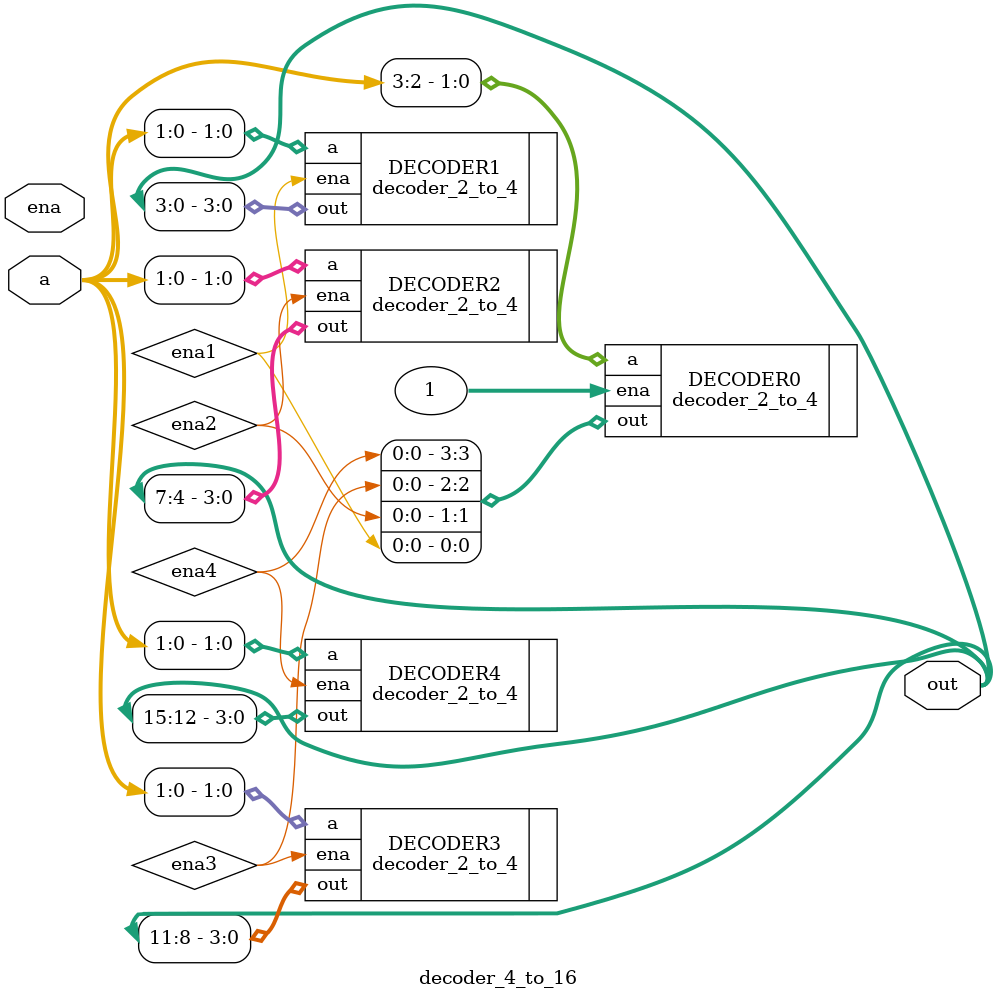
<source format=sv>
`timescale 1ns/1ps
`default_nettype none

module decoder_4_to_16(
    input wire [3:0] a,
    input wire ena,
    output logic [15:0] out
);

    logic ena1, ena2, ena3, ena4;

    decoder_2_to_4 DECODER0(.a(a[3:2]), .ena(1), .out({ena4, ena3, ena2, ena1}));
    decoder_2_to_4 DECODER1(.a(a[1:0]), .ena(ena1), .out(out[3:0]));
    decoder_2_to_4 DECODER2(.a(a[1:0]), .ena(ena2), .out(out[7:4]));
    decoder_2_to_4 DECODER3(.a(a[1:0]), .ena(ena3), .out(out[11:8]));
    decoder_2_to_4 DECODER4(.a(a[1:0]), .ena(ena4), .out(out[15:12]));
    
endmodule
</source>
